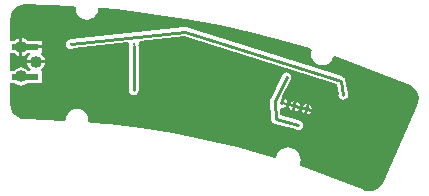
<source format=gtl>
G04*
G04 #@! TF.GenerationSoftware,Altium Limited,CircuitStudio,1.5.2 (30)*
G04*
G04 Layer_Physical_Order=1*
G04 Layer_Color=11767835*
%FSLAX25Y25*%
%MOIN*%
G70*
G01*
G75*
%ADD10R,0.09000X0.02000*%
%ADD11C,0.01000*%
%ADD12C,0.01378*%
%ADD13C,0.04000*%
%ADD14C,0.01181*%
G36*
X304525Y402136D02*
D01*
X304525Y402136D01*
X311632Y402015D01*
X320108Y401580D01*
X320605Y401540D01*
X320605D01*
X321032Y401362D01*
X321036Y401359D01*
X321082Y401291D01*
X321084Y401285D01*
X321205Y400833D01*
X321198Y400777D01*
X321179Y400624D01*
X321179Y400623D01*
Y400623D01*
X321179Y400623D01*
X321183Y400593D01*
Y400593D01*
X321183Y400592D01*
Y400592D01*
X321208Y400405D01*
Y400405D01*
X321216Y400342D01*
D01*
X321278Y399869D01*
X321304Y399672D01*
X321672Y398785D01*
X322256Y398023D01*
X323018Y397439D01*
X323905Y397071D01*
X324857Y396946D01*
X325809Y397071D01*
X326696Y397439D01*
X327458Y398023D01*
X328043Y398785D01*
X328410Y399672D01*
X328429Y399816D01*
X328495Y400311D01*
X328495Y400311D01*
X328694Y400746D01*
X328750Y400784D01*
X329198Y400910D01*
X329674Y400870D01*
X334842Y400427D01*
X346392Y399040D01*
X357889Y397260D01*
X369318Y395088D01*
X380666Y392527D01*
X391920Y389580D01*
X399209Y387402D01*
X399210Y387401D01*
X399210Y387401D01*
X399216Y387400D01*
X399336Y387346D01*
X399658Y387155D01*
X399717Y387006D01*
X399739Y386948D01*
X399785Y386824D01*
X399697Y386407D01*
X399637Y385944D01*
X399573Y385460D01*
X399698Y384508D01*
X400066Y383621D01*
X400650Y382859D01*
X401412Y382275D01*
X402299Y381907D01*
X403251Y381782D01*
X404203Y381907D01*
X405091Y382275D01*
X405852Y382859D01*
X406437Y383621D01*
X406524Y383832D01*
X406711Y384283D01*
Y384283D01*
X406712Y384284D01*
X406792Y384399D01*
X406947Y384618D01*
X406991Y384677D01*
X407082Y384737D01*
X407544Y384743D01*
X407544Y384743D01*
X407550Y384741D01*
X432561Y375293D01*
D01*
X432561Y375293D01*
X432624Y375264D01*
X433027Y375073D01*
X433962Y374356D01*
X434756Y373321D01*
X435255Y372116D01*
X435425Y370823D01*
X435255Y369530D01*
X435161Y369305D01*
X434971Y368848D01*
Y368848D01*
X434772Y368390D01*
X423766Y343077D01*
X423558Y342662D01*
X423540Y342643D01*
D01*
X423330Y342198D01*
X422609Y341259D01*
X421575Y340465D01*
X420370Y339966D01*
X419077Y339795D01*
X417784Y339966D01*
X417547Y340064D01*
X417109Y340246D01*
X417109Y340246D01*
X417109Y340246D01*
X417109D01*
X417106Y340247D01*
X417105Y340248D01*
X416666Y340414D01*
X416661Y340415D01*
X396237Y348133D01*
D01*
X395880Y348426D01*
X395838Y348488D01*
X395838Y348504D01*
X395836Y348660D01*
X395842Y348963D01*
X395847Y348976D01*
X395935Y349188D01*
X395941Y349229D01*
X395969Y349443D01*
X396076Y350260D01*
Y350260D01*
X395935Y351332D01*
X395522Y352330D01*
X394864Y353188D01*
X394006Y353846D01*
X393008Y354259D01*
X391936Y354400D01*
X390864Y354259D01*
X389866Y353846D01*
X389008Y353188D01*
X388350Y352330D01*
X388181Y351921D01*
X388176Y351909D01*
X388142Y351828D01*
X387992Y351466D01*
X387992Y351466D01*
X387991Y351466D01*
X387990Y351467D01*
X387990Y351467D01*
X387990Y351466D01*
X387990Y351466D01*
X387990Y351465D01*
X387958Y351419D01*
X387811Y351216D01*
X387697Y351063D01*
X387661Y351038D01*
X387197Y351030D01*
X386730Y351176D01*
X385195Y351657D01*
X374784Y354513D01*
X364279Y356996D01*
X353691Y359102D01*
X343035Y360828D01*
X332325Y362174D01*
X326494Y362695D01*
X326190Y362722D01*
X325831Y362798D01*
X325775Y362817D01*
X325652Y362859D01*
X325422Y362982D01*
X325384Y363038D01*
X325289Y363364D01*
X325278Y363401D01*
X325278Y363499D01*
X325278Y363700D01*
Y363700D01*
Y363700D01*
X325278Y363701D01*
Y363701D01*
X325274Y363731D01*
X325274Y363733D01*
X325250Y363913D01*
X325241Y363982D01*
X325179Y364455D01*
X325153Y364652D01*
X324786Y365539D01*
X324201Y366301D01*
X323439Y366886D01*
X322552Y367253D01*
X321600Y367378D01*
X320648Y367253D01*
X319761Y366886D01*
X318999Y366301D01*
X318414Y365539D01*
X318047Y364652D01*
X318028Y364508D01*
X317986Y364188D01*
X317919Y363909D01*
X317820Y363676D01*
X317767Y363624D01*
X317622Y363481D01*
X317252Y363367D01*
Y363367D01*
X310793Y363714D01*
X304788Y363821D01*
X304568Y363825D01*
X304562Y363825D01*
X304087Y363857D01*
X304087Y363857D01*
X304087D01*
X303616Y363905D01*
X303007Y363985D01*
X301802Y364485D01*
X300767Y365279D01*
X299974Y366313D01*
X299475Y367518D01*
X299304Y368811D01*
X299315Y376011D01*
X300712D01*
X300759Y375950D01*
X301386Y375469D01*
X302115Y375167D01*
X302899Y375064D01*
X303682Y375167D01*
X304411Y375469D01*
X305038Y375950D01*
X305085Y376011D01*
X309898D01*
Y380011D01*
X309660D01*
X309490Y380511D01*
X309959Y380871D01*
X310440Y381498D01*
X310742Y382228D01*
X310780Y382511D01*
X304860D01*
X304897Y382228D01*
X305199Y381498D01*
X305680Y380871D01*
X306150Y380511D01*
X305980Y380011D01*
X305206D01*
X305038Y380229D01*
X304411Y380710D01*
X303682Y381012D01*
X302899Y381116D01*
X302115Y381012D01*
X301386Y380710D01*
X300759Y380229D01*
X300591Y380011D01*
X299675D01*
X299322Y380365D01*
X299330Y386011D01*
X300591D01*
X300759Y385792D01*
X301386Y385312D01*
X302115Y385009D01*
X302398Y384972D01*
Y387932D01*
Y390892D01*
X302115Y390855D01*
X301386Y390553D01*
X300759Y390072D01*
X300712Y390011D01*
X299690D01*
X299337Y390365D01*
X299347Y396941D01*
X299347Y396947D01*
X299377Y397423D01*
X299377Y397423D01*
X299377Y397423D01*
Y397423D01*
X299425Y397894D01*
X299505Y398504D01*
X300004Y399709D01*
X300798Y400743D01*
X301833Y401537D01*
X303038Y402036D01*
X304038Y402168D01*
X304525Y402136D01*
D02*
G37*
%LPC*%
G36*
X392344Y368157D02*
X392334Y367995D01*
X392550Y367359D01*
X392993Y366853D01*
X393138Y366782D01*
X393429Y367866D01*
X392344Y368157D01*
D02*
G37*
G36*
X399032Y368562D02*
X398741Y367478D01*
X399826Y367187D01*
X399836Y367349D01*
X399621Y367985D01*
X399177Y368491D01*
X399032Y368562D01*
D02*
G37*
G36*
X391403Y379507D02*
X390782Y379383D01*
X390256Y379032D01*
X389904Y378506D01*
X389837Y378164D01*
X386125Y370583D01*
X386104Y370504D01*
X386061Y370433D01*
X386028Y370218D01*
X385972Y370006D01*
X385983Y369925D01*
X385971Y369844D01*
X386228Y363986D01*
Y363986D01*
X386236Y363821D01*
X386252Y363755D01*
X386247Y363688D01*
X386322Y363468D01*
X386378Y363241D01*
X386417Y363187D01*
X386439Y363123D01*
X386593Y362948D01*
X386731Y362760D01*
X386788Y362725D01*
X386832Y362675D01*
X387042Y362572D01*
X387241Y362451D01*
X387307Y362440D01*
X387368Y362411D01*
X387414Y362398D01*
X387414D01*
X387414Y362398D01*
X394546Y360487D01*
X394749Y360352D01*
X395369Y360228D01*
X395990Y360352D01*
X396516Y360703D01*
X396867Y361229D01*
X396991Y361850D01*
X396867Y362471D01*
X396516Y362997D01*
X395990Y363348D01*
X395369Y363472D01*
X395287Y363456D01*
X389242Y365075D01*
X389143Y367316D01*
X389630Y367644D01*
X390178Y367608D01*
X390814Y367824D01*
X391320Y368267D01*
X391391Y368412D01*
X389824Y368832D01*
X389953Y369315D01*
X389471Y369444D01*
X389983Y371355D01*
X389943Y371425D01*
X392542Y376733D01*
X392549Y376739D01*
X392901Y377265D01*
X393024Y377885D01*
X392901Y378506D01*
X392549Y379032D01*
X392023Y379383D01*
X391403Y379507D01*
D02*
G37*
G36*
X398483Y366512D02*
X398192Y365428D01*
X398354Y365417D01*
X398990Y365633D01*
X399495Y366076D01*
X399567Y366221D01*
X398483Y366512D01*
D02*
G37*
G36*
X396432Y367061D02*
X396422Y366900D01*
X396638Y366263D01*
X397081Y365758D01*
X397226Y365686D01*
X397517Y366771D01*
X396432Y367061D01*
D02*
G37*
G36*
X394395Y367607D02*
X394104Y366523D01*
X394266Y366512D01*
X394902Y366728D01*
X395408Y367171D01*
X395479Y367317D01*
X394395Y367607D01*
D02*
G37*
G36*
X390856Y370753D02*
X390566Y369669D01*
X391650Y369378D01*
X391661Y369540D01*
X391445Y370176D01*
X391002Y370681D01*
X390856Y370753D01*
D02*
G37*
G36*
X303398Y390892D02*
Y387932D01*
Y384972D01*
X303682Y385009D01*
X304411Y385312D01*
X305038Y385792D01*
X305206Y386011D01*
X305980D01*
X306150Y385511D01*
X305680Y385151D01*
X305199Y384524D01*
X304897Y383794D01*
X304860Y383511D01*
X310780D01*
X310742Y383794D01*
X310440Y384524D01*
X309959Y385151D01*
X309490Y385511D01*
X309660Y386011D01*
X309898D01*
Y387511D01*
X304398D01*
Y388511D01*
X309898D01*
Y390011D01*
X305085D01*
X305038Y390072D01*
X304411Y390553D01*
X303682Y390855D01*
X303398Y390892D01*
D02*
G37*
G36*
X357323Y394489D02*
X357310Y394485D01*
X357297Y394486D01*
X319726Y390461D01*
X319453Y390515D01*
X318833Y390392D01*
X318307Y390040D01*
X317955Y389514D01*
X317832Y388894D01*
X317955Y388273D01*
X318307Y387747D01*
X318833Y387395D01*
X319453Y387272D01*
X320074Y387395D01*
X320121Y387427D01*
X338609Y389408D01*
X338947Y389039D01*
X338921Y388911D01*
X339035Y388341D01*
X339014Y388236D01*
Y373878D01*
X338921Y373414D01*
X339045Y372793D01*
X339396Y372267D01*
X339922Y371915D01*
X340543Y371792D01*
X341164Y371915D01*
X341690Y372267D01*
X342041Y372793D01*
X342165Y373414D01*
X342072Y373878D01*
Y388236D01*
X342051Y388341D01*
X342165Y388911D01*
X342092Y389278D01*
X342407Y389815D01*
X357307Y391411D01*
X408072Y375523D01*
X408744Y372071D01*
X408712Y371909D01*
X408836Y371289D01*
X409187Y370762D01*
X409713Y370411D01*
X410334Y370287D01*
X410955Y370411D01*
X411481Y370762D01*
X411832Y371289D01*
X411956Y371909D01*
X411832Y372530D01*
X411746Y372659D01*
X410900Y377003D01*
X410816Y377208D01*
X410754Y377420D01*
X410704Y377482D01*
X410674Y377555D01*
X410518Y377712D01*
X410379Y377885D01*
X410309Y377923D01*
X410253Y377979D01*
X410049Y378064D01*
X409855Y378170D01*
X357917Y394425D01*
X357903Y394426D01*
X357891Y394433D01*
X357607Y394458D01*
X357323Y394489D01*
D02*
G37*
G36*
X397904Y368832D02*
X397268Y368616D01*
X396763Y368173D01*
X396691Y368027D01*
X397776Y367737D01*
X398066Y368821D01*
X397904Y368832D01*
D02*
G37*
G36*
X394944Y369658D02*
X394654Y368573D01*
X395738Y368283D01*
X395749Y368444D01*
X395533Y369081D01*
X395090Y369586D01*
X394944Y369658D01*
D02*
G37*
G36*
X393816Y369927D02*
X393180Y369711D01*
X392675Y369268D01*
X392603Y369123D01*
X393688Y368832D01*
X393978Y369916D01*
X393816Y369927D01*
D02*
G37*
%LPD*%
D10*
X304398Y378011D02*
D03*
Y388011D02*
D03*
D11*
X387809Y363876D02*
X395369Y361850D01*
X409399Y376711D02*
X410334Y371909D01*
X387756Y364054D02*
X387764Y363888D01*
X387498Y369911D02*
X387756Y364054D01*
X387764Y363888D02*
X387809Y363876D01*
X387498Y369911D02*
X391403Y377885D01*
X357460Y392966D02*
X409399Y376711D01*
X319453Y388894D02*
X357460Y392966D01*
X340543Y373414D02*
Y388236D01*
D12*
X389953Y369315D02*
D03*
X394041Y368220D02*
D03*
X398129Y367124D02*
D03*
D13*
X302899Y378090D02*
D03*
X307820Y383011D02*
D03*
X302899Y387932D02*
D03*
D14*
X395369Y361850D02*
D03*
X410334Y371909D02*
D03*
X319453Y388894D02*
D03*
X387858Y364058D02*
D03*
X391403Y377885D02*
D03*
X340543Y373414D02*
D03*
Y388911D02*
D03*
M02*

</source>
